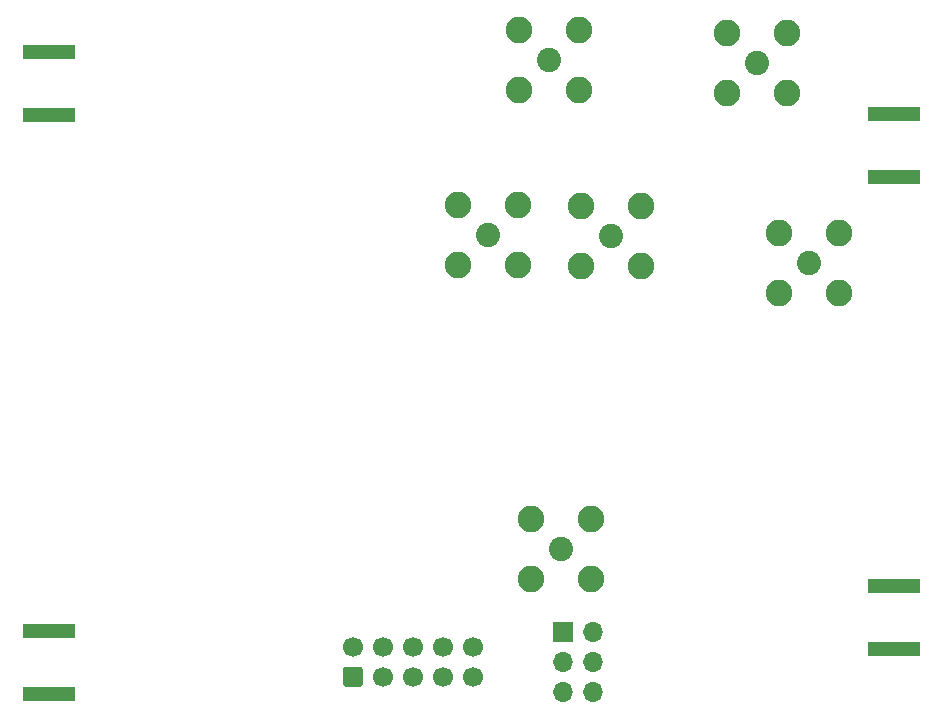
<source format=gbs>
G04 #@! TF.GenerationSoftware,KiCad,Pcbnew,5.1.9*
G04 #@! TF.CreationDate,2021-04-28T13:54:20+02:00*
G04 #@! TF.ProjectId,Radar,52616461-722e-46b6-9963-61645f706362,rev?*
G04 #@! TF.SameCoordinates,Original*
G04 #@! TF.FileFunction,Soldermask,Bot*
G04 #@! TF.FilePolarity,Negative*
%FSLAX46Y46*%
G04 Gerber Fmt 4.6, Leading zero omitted, Abs format (unit mm)*
G04 Created by KiCad (PCBNEW 5.1.9) date 2021-04-28 13:54:20*
%MOMM*%
%LPD*%
G01*
G04 APERTURE LIST*
%ADD10R,4.500000X1.300000*%
%ADD11O,1.700000X1.700000*%
%ADD12R,1.700000X1.700000*%
%ADD13C,2.250000*%
%ADD14C,2.050000*%
%ADD15C,1.700000*%
G04 APERTURE END LIST*
D10*
X177950000Y-87475000D03*
X177950000Y-82125000D03*
X106450000Y-85925000D03*
X106450000Y-91275000D03*
X177950000Y-47475000D03*
X177950000Y-42125000D03*
X106450000Y-36925000D03*
X106450000Y-42275000D03*
D11*
X152540000Y-91080000D03*
X150000000Y-91080000D03*
X152540000Y-88540000D03*
X150000000Y-88540000D03*
X152540000Y-86000000D03*
D12*
X150000000Y-86000000D03*
D13*
X163860000Y-35260000D03*
X168940000Y-35260000D03*
X168940000Y-40340000D03*
X163860000Y-40340000D03*
D14*
X166400000Y-37800000D03*
D13*
X151340000Y-40140000D03*
X146260000Y-40140000D03*
X146260000Y-35060000D03*
X151340000Y-35060000D03*
D14*
X148800000Y-37600000D03*
D13*
X151460000Y-54990000D03*
X151460000Y-49910000D03*
X156540000Y-49910000D03*
X156540000Y-54990000D03*
D14*
X154000000Y-52450000D03*
D13*
X173340000Y-52260000D03*
X173340000Y-57340000D03*
X168260000Y-57340000D03*
X168260000Y-52260000D03*
D14*
X170800000Y-54800000D03*
D13*
X152340000Y-81540000D03*
X147260000Y-81540000D03*
X147260000Y-76460000D03*
X152340000Y-76460000D03*
D14*
X149800000Y-79000000D03*
D13*
X146140000Y-49870000D03*
X146140000Y-54950000D03*
X141060000Y-54950000D03*
X141060000Y-49870000D03*
D14*
X143600000Y-52410000D03*
D15*
X142340000Y-87260000D03*
X139800000Y-87260000D03*
X137260000Y-87260000D03*
X134720000Y-87260000D03*
X132180000Y-87260000D03*
X142340000Y-89800000D03*
X139800000Y-89800000D03*
X137260000Y-89800000D03*
X134720000Y-89800000D03*
G36*
G01*
X132780000Y-90650000D02*
X131580000Y-90650000D01*
G75*
G02*
X131330000Y-90400000I0J250000D01*
G01*
X131330000Y-89200000D01*
G75*
G02*
X131580000Y-88950000I250000J0D01*
G01*
X132780000Y-88950000D01*
G75*
G02*
X133030000Y-89200000I0J-250000D01*
G01*
X133030000Y-90400000D01*
G75*
G02*
X132780000Y-90650000I-250000J0D01*
G01*
G37*
M02*

</source>
